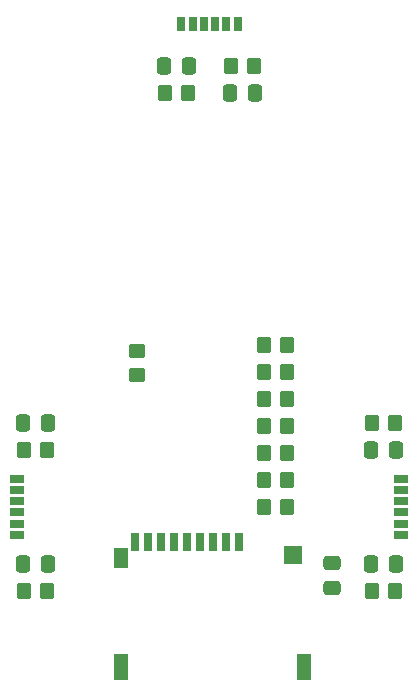
<source format=gbr>
%TF.GenerationSoftware,KiCad,Pcbnew,8.0.8*%
%TF.CreationDate,2025-02-11T14:17:18-06:00*%
%TF.ProjectId,IR Demo FeatherWing,49522044-656d-46f2-9046-656174686572,rev?*%
%TF.SameCoordinates,Original*%
%TF.FileFunction,Paste,Top*%
%TF.FilePolarity,Positive*%
%FSLAX46Y46*%
G04 Gerber Fmt 4.6, Leading zero omitted, Abs format (unit mm)*
G04 Created by KiCad (PCBNEW 8.0.8) date 2025-02-11 14:17:18*
%MOMM*%
%LPD*%
G01*
G04 APERTURE LIST*
G04 Aperture macros list*
%AMRoundRect*
0 Rectangle with rounded corners*
0 $1 Rounding radius*
0 $2 $3 $4 $5 $6 $7 $8 $9 X,Y pos of 4 corners*
0 Add a 4 corners polygon primitive as box body*
4,1,4,$2,$3,$4,$5,$6,$7,$8,$9,$2,$3,0*
0 Add four circle primitives for the rounded corners*
1,1,$1+$1,$2,$3*
1,1,$1+$1,$4,$5*
1,1,$1+$1,$6,$7*
1,1,$1+$1,$8,$9*
0 Add four rect primitives between the rounded corners*
20,1,$1+$1,$2,$3,$4,$5,0*
20,1,$1+$1,$4,$5,$6,$7,0*
20,1,$1+$1,$6,$7,$8,$9,0*
20,1,$1+$1,$8,$9,$2,$3,0*%
G04 Aperture macros list end*
%ADD10R,0.700000X1.600000*%
%ADD11R,1.200000X1.800000*%
%ADD12R,1.200000X2.200000*%
%ADD13R,1.600000X1.500000*%
%ADD14RoundRect,0.250000X0.337500X0.475000X-0.337500X0.475000X-0.337500X-0.475000X0.337500X-0.475000X0*%
%ADD15RoundRect,0.250000X-0.350000X-0.450000X0.350000X-0.450000X0.350000X0.450000X-0.350000X0.450000X0*%
%ADD16RoundRect,0.250000X-0.337500X-0.475000X0.337500X-0.475000X0.337500X0.475000X-0.337500X0.475000X0*%
%ADD17RoundRect,0.250000X0.350000X0.450000X-0.350000X0.450000X-0.350000X-0.450000X0.350000X-0.450000X0*%
%ADD18RoundRect,0.250000X0.475000X-0.337500X0.475000X0.337500X-0.475000X0.337500X-0.475000X-0.337500X0*%
%ADD19RoundRect,0.250000X0.450000X-0.350000X0.450000X0.350000X-0.450000X0.350000X-0.450000X-0.350000X0*%
%ADD20R,0.640000X1.270000*%
%ADD21R,1.270000X0.640000*%
G04 APERTURE END LIST*
D10*
%TO.C,J3*%
X152618000Y-120100000D03*
X151518000Y-120100000D03*
X150418000Y-120100000D03*
X149318000Y-120100000D03*
X148218000Y-120100000D03*
X147118000Y-120100000D03*
X146018000Y-120100000D03*
X144918000Y-120100000D03*
X143818000Y-120100000D03*
D11*
X142618000Y-121400000D03*
D12*
X142618000Y-130700000D03*
D13*
X157218000Y-121150000D03*
D12*
X158118000Y-130700000D03*
%TD*%
D14*
%TO.C,C4*%
X136419500Y-109982000D03*
X134344500Y-109982000D03*
%TD*%
D15*
%TO.C,R3*%
X151908000Y-79756000D03*
X153908000Y-79756000D03*
%TD*%
D16*
%TO.C,C6*%
X163808500Y-121920000D03*
X165883500Y-121920000D03*
%TD*%
D17*
%TO.C,R12*%
X156702000Y-103378000D03*
X154702000Y-103378000D03*
%TD*%
%TO.C,R9*%
X156702000Y-110236000D03*
X154702000Y-110236000D03*
%TD*%
D15*
%TO.C,R14*%
X154702000Y-117094000D03*
X156702000Y-117094000D03*
%TD*%
D17*
%TO.C,R4*%
X136382000Y-112268000D03*
X134382000Y-112268000D03*
%TD*%
D14*
%TO.C,C1*%
X148357500Y-79756000D03*
X146282500Y-79756000D03*
%TD*%
D18*
%TO.C,C7*%
X160528000Y-123973500D03*
X160528000Y-121898500D03*
%TD*%
D16*
%TO.C,C5*%
X163808500Y-112268000D03*
X165883500Y-112268000D03*
%TD*%
%TO.C,C3*%
X151870500Y-82042000D03*
X153945500Y-82042000D03*
%TD*%
D17*
%TO.C,R2*%
X136382000Y-124206000D03*
X134382000Y-124206000D03*
%TD*%
%TO.C,R8*%
X156702000Y-112522000D03*
X154702000Y-112522000D03*
%TD*%
D15*
%TO.C,R13*%
X163846000Y-124206000D03*
X165846000Y-124206000D03*
%TD*%
D17*
%TO.C,R11*%
X156702000Y-105664000D03*
X154702000Y-105664000D03*
%TD*%
D19*
%TO.C,R5*%
X144018000Y-105902000D03*
X144018000Y-103902000D03*
%TD*%
D20*
%TO.C,U1*%
X152489000Y-76200000D03*
X151539000Y-76200000D03*
X150589000Y-76200000D03*
X149639000Y-76200000D03*
X148689000Y-76200000D03*
X147739000Y-76200000D03*
%TD*%
D14*
%TO.C,C2*%
X136419500Y-121920000D03*
X134344500Y-121920000D03*
%TD*%
D15*
%TO.C,R6*%
X163846000Y-109982000D03*
X165846000Y-109982000D03*
%TD*%
D17*
%TO.C,R7*%
X156702000Y-114808000D03*
X154702000Y-114808000D03*
%TD*%
D15*
%TO.C,R1*%
X146320000Y-82042000D03*
X148320000Y-82042000D03*
%TD*%
D17*
%TO.C,R10*%
X156702000Y-107950000D03*
X154702000Y-107950000D03*
%TD*%
D21*
%TO.C,U3*%
X166370000Y-119469000D03*
X166370000Y-118519000D03*
X166370000Y-117569000D03*
X166370000Y-116619000D03*
X166370000Y-115669000D03*
X166370000Y-114719000D03*
%TD*%
%TO.C,U2*%
X133858000Y-114719000D03*
X133858000Y-115669000D03*
X133858000Y-116619000D03*
X133858000Y-117569000D03*
X133858000Y-118519000D03*
X133858000Y-119469000D03*
%TD*%
M02*

</source>
